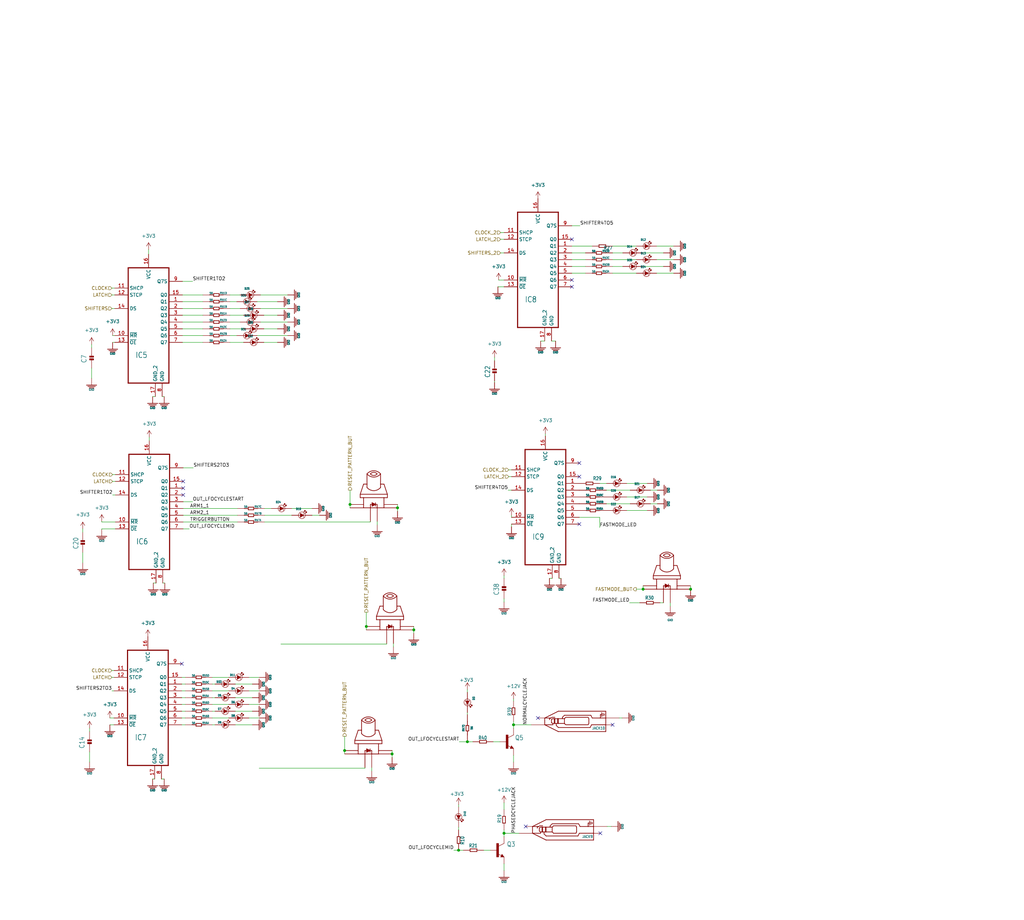
<source format=kicad_sch>
(kicad_sch (version 20211123) (generator eeschema)
  (paper "User" 383.413 344.754)
  (junction (at 137.16 234.696))
  (junction (at 154.94 235.966))
  (junction (at 146.812 282.448))
  (junction (at 240.792 220.726))
  (junction (at 148.844 190.246))
  (junction (at 258.572 220.726))
  (junction (at 175.006 277.876))
  (junction (at 188.722 312.166))
  (junction (at 192.278 271.526))
  (junction (at 129.032 281.178))
  (junction (at 131.064 188.976))
  (junction (at 171.704 318.516))
  (no_connect (at 68.58 182.88))
  (no_connect (at 68.58 185.42))
  (no_connect (at 214.122 89.662))
  (no_connect (at 216.916 196.342))
  (no_connect (at 216.916 173.482))
  (no_connect (at 214.122 104.902))
  (no_connect (at 196.85 309.626))
  (no_connect (at 216.916 178.562))
  (no_connect (at 68.58 180.34))
  (no_connect (at 214.122 107.442))
  (no_connect (at 201.422 268.986))
  (no_connect (at 229.362 271.526))
  (no_connect (at 224.79 312.166))
  (no_connect (at 68.072 248.666))
  (wire (pts (xy 175.006 267.716) (xy 175.006 266.954)))
  (wire (pts (xy 188.722 215.646) (xy 188.722 216.662)))
  (wire (pts (xy 171.704 309.88) (xy 171.704 310.896)))
  (wire (pts (xy 136.652 287.782) (xy 136.652 287.528)))
  (wire (pts (xy 234.696 181.102) (xy 242.316 181.102)))
  (wire (pts (xy 55.626 93.472) (xy 55.626 95.25)))
  (wire (pts (xy 187.452 94.742) (xy 188.722 94.742)))
  (wire (pts (xy 43.18 177.8) (xy 42.164 177.8)))
  (wire (pts (xy 129.032 275.844) (xy 129.032 281.178)))
  (wire (pts (xy 68.326 105.41) (xy 72.136 105.41)))
  (wire (pts (xy 177.038 277.876) (xy 175.006 277.876)))
  (wire (pts (xy 42.926 107.95) (xy 41.91 107.95)))
  (wire (pts (xy 42.672 271.526) (xy 41.148 271.526)))
  (wire (pts (xy 185.166 143.256) (xy 185.166 142.748)))
  (wire (pts (xy 61.722 218.44) (xy 60.96 218.44)))
  (wire (pts (xy 42.164 128.27) (xy 42.926 128.27)))
  (wire (pts (xy 93.218 268.986) (xy 97.028 268.986)))
  (wire (pts (xy 105.156 241.3) (xy 144.78 241.3)))
  (wire (pts (xy 43.18 185.42) (xy 42.164 185.42)))
  (wire (pts (xy 138.684 195.58) (xy 138.684 195.326)))
  (wire (pts (xy 68.58 190.5) (xy 88.9 190.5)))
  (wire (pts (xy 240.792 99.822) (xy 248.412 99.822)))
  (wire (pts (xy 186.69 104.902) (xy 188.722 104.902)))
  (wire (pts (xy 42.926 110.49) (xy 41.91 110.49)))
  (wire (pts (xy 88.9 195.58) (xy 68.58 195.58)))
  (wire (pts (xy 154.94 235.966) (xy 154.94 237.236)))
  (wire (pts (xy 192.278 262.636) (xy 192.278 261.874)))
  (wire (pts (xy 144.78 241.3) (xy 144.78 241.046)))
  (wire (pts (xy 191.516 193.04) (xy 191.516 193.802)))
  (wire (pts (xy 68.58 198.12) (xy 70.866 198.12)))
  (wire (pts (xy 131.064 188.976) (xy 131.064 190.246)))
  (wire (pts (xy 94.488 271.526) (xy 88.138 271.526)))
  (wire (pts (xy 242.316 186.182) (xy 234.696 186.182)))
  (wire (pts (xy 68.072 271.526) (xy 69.342 271.526)))
  (wire (pts (xy 97.536 110.49) (xy 107.696 110.49)))
  (wire (pts (xy 148.844 190.246) (xy 148.844 191.516)))
  (wire (pts (xy 88.138 261.366) (xy 94.488 261.366)))
  (wire (pts (xy 190.246 183.642) (xy 191.516 183.642)))
  (wire (pts (xy 171.704 318.516) (xy 173.482 318.516)))
  (wire (pts (xy 68.072 266.446) (xy 69.342 266.446)))
  (wire (pts (xy 86.106 118.11) (xy 91.186 118.11)))
  (wire (pts (xy 231.902 268.986) (xy 232.918 268.986)))
  (wire (pts (xy 98.806 128.27) (xy 103.886 128.27)))
  (wire (pts (xy 137.16 229.362) (xy 137.16 234.696)))
  (wire (pts (xy 99.06 193.04) (xy 109.22 193.04)))
  (wire (pts (xy 43.18 198.12) (xy 38.1 198.12)))
  (wire (pts (xy 188.722 310.896) (xy 188.722 312.166)))
  (wire (pts (xy 97.028 253.746) (xy 93.218 253.746)))
  (wire (pts (xy 88.138 266.446) (xy 94.488 266.446)))
  (wire (pts (xy 181.102 318.516) (xy 183.642 318.516)))
  (wire (pts (xy 61.468 291.846) (xy 60.452 291.846)))
  (wire (pts (xy 224.536 193.802) (xy 216.916 193.802)))
  (wire (pts (xy 103.886 113.03) (xy 96.266 113.03)))
  (wire (pts (xy 68.072 261.366) (xy 69.342 261.366)))
  (wire (pts (xy 245.872 97.282) (xy 252.222 97.282)))
  (wire (pts (xy 129.032 281.178) (xy 129.032 282.448)))
  (wire (pts (xy 68.58 175.26) (xy 72.39 175.26)))
  (wire (pts (xy 68.326 118.11) (xy 75.946 118.11)))
  (wire (pts (xy 61.468 148.59) (xy 60.706 148.59)))
  (wire (pts (xy 38.1 198.12) (xy 38.1 198.374)))
  (wire (pts (xy 240.792 219.456) (xy 240.792 220.726)))
  (wire (pts (xy 33.528 285.496) (xy 33.528 281.686)))
  (wire (pts (xy 42.672 251.206) (xy 41.91 251.206)))
  (wire (pts (xy 239.522 225.806) (xy 235.712 225.806)))
  (wire (pts (xy 154.94 235.966) (xy 154.94 234.696)))
  (wire (pts (xy 187.452 89.662) (xy 188.722 89.662)))
  (wire (pts (xy 99.06 190.5) (xy 101.6 190.5)))
  (wire (pts (xy 141.224 196.596) (xy 141.224 195.326)))
  (wire (pts (xy 103.886 123.19) (xy 98.806 123.19)))
  (wire (pts (xy 252.222 92.202) (xy 245.872 92.202)))
  (wire (pts (xy 131.064 183.642) (xy 131.064 188.976)))
  (wire (pts (xy 238.252 220.726) (xy 240.792 220.726)))
  (wire (pts (xy 68.326 125.73) (xy 75.946 125.73)))
  (wire (pts (xy 86.106 125.73) (xy 88.646 125.73)))
  (wire (pts (xy 235.966 188.722) (xy 227.076 188.722)))
  (wire (pts (xy 146.812 282.448) (xy 146.812 283.718)))
  (wire (pts (xy 41.91 258.826) (xy 42.672 258.826)))
  (wire (pts (xy 188.722 323.596) (xy 188.722 326.136)))
  (wire (pts (xy 147.32 242.316) (xy 147.32 241.046)))
  (wire (pts (xy 204.216 162.56) (xy 204.216 163.322)))
  (wire (pts (xy 188.722 312.166) (xy 188.722 313.436)))
  (wire (pts (xy 86.106 115.57) (xy 89.916 115.57)))
  (wire (pts (xy 43.18 180.34) (xy 42.164 180.34)))
  (wire (pts (xy 192.278 271.526) (xy 192.278 272.796)))
  (wire (pts (xy 57.15 148.59) (xy 58.166 148.59)))
  (wire (pts (xy 97.028 263.906) (xy 93.218 263.906)))
  (wire (pts (xy 79.502 263.906) (xy 85.598 263.906)))
  (wire (pts (xy 68.072 268.986) (xy 69.342 268.986)))
  (wire (pts (xy 68.072 263.906) (xy 69.342 263.906)))
  (wire (pts (xy 79.502 271.526) (xy 80.518 271.526)))
  (wire (pts (xy 86.106 120.65) (xy 89.916 120.65)))
  (wire (pts (xy 68.326 123.19) (xy 75.946 123.19)))
  (wire (pts (xy 97.536 115.57) (xy 107.696 115.57)))
  (wire (pts (xy 93.218 258.826) (xy 97.028 258.826)))
  (wire (pts (xy 217.17 84.582) (xy 214.122 84.582)))
  (wire (pts (xy 188.722 303.276) (xy 188.722 300.736)))
  (wire (pts (xy 229.362 99.822) (xy 233.172 99.822)))
  (wire (pts (xy 202.438 127.762) (xy 203.962 127.762)))
  (wire (pts (xy 227.076 183.642) (xy 235.966 183.642)))
  (wire (pts (xy 55.88 163.83) (xy 55.88 165.1)))
  (wire (pts (xy 171.704 318.516) (xy 169.926 318.516)))
  (wire (pts (xy 258.572 220.726) (xy 258.572 219.456)))
  (wire (pts (xy 224.536 181.102) (xy 227.076 181.102)))
  (wire (pts (xy 240.792 94.742) (xy 248.412 94.742)))
  (wire (pts (xy 42.672 268.986) (xy 41.148 268.986)))
  (wire (pts (xy 243.586 183.642) (xy 246.126 183.642)))
  (wire (pts (xy 107.696 120.65) (xy 97.536 120.65)))
  (wire (pts (xy 229.362 102.362) (xy 238.252 102.362)))
  (wire (pts (xy 191.516 176.022) (xy 190.5 176.022)))
  (wire (pts (xy 188.722 312.166) (xy 194.31 312.166)))
  (wire (pts (xy 137.16 234.696) (xy 137.16 235.966)))
  (wire (pts (xy 68.326 110.49) (xy 75.946 110.49)))
  (wire (pts (xy 243.586 188.722) (xy 246.126 188.722)))
  (wire (pts (xy 192.278 282.956) (xy 192.278 285.496)))
  (wire (pts (xy 238.252 92.202) (xy 229.362 92.202)))
  (wire (pts (xy 171.704 302.26) (xy 171.704 301.498)))
  (wire (pts (xy 99.06 195.58) (xy 138.684 195.58)))
  (wire (pts (xy 227.33 309.626) (xy 228.854 309.626)))
  (wire (pts (xy 97.028 287.782) (xy 136.652 287.782)))
  (wire (pts (xy 247.142 225.806) (xy 248.412 225.806)))
  (wire (pts (xy 210.058 216.662) (xy 209.296 216.662)))
  (wire (pts (xy 94.488 256.286) (xy 88.138 256.286)))
  (wire (pts (xy 186.436 107.442) (xy 188.722 107.442)))
  (wire (pts (xy 79.502 266.446) (xy 80.518 266.446)))
  (wire (pts (xy 192.278 270.256) (xy 192.278 271.526)))
  (wire (pts (xy 57.15 291.846) (xy 57.912 291.846)))
  (wire (pts (xy 224.536 197.612) (xy 224.536 193.802)))
  (wire (pts (xy 98.806 118.11) (xy 103.886 118.11)))
  (wire (pts (xy 68.072 253.746) (xy 69.342 253.746)))
  (wire (pts (xy 68.326 115.57) (xy 75.946 115.57)))
  (wire (pts (xy 234.696 191.262) (xy 242.316 191.262)))
  (wire (pts (xy 221.742 92.202) (xy 214.122 92.202)))
  (wire (pts (xy 30.988 207.01) (xy 30.988 210.82)))
  (wire (pts (xy 171.958 277.876) (xy 175.006 277.876)))
  (wire (pts (xy 79.502 253.746) (xy 85.598 253.746)))
  (wire (pts (xy 250.952 227.076) (xy 250.952 225.806)))
  (wire (pts (xy 119.634 193.04) (xy 116.84 193.04)))
  (wire (pts (xy 191.516 178.562) (xy 190.5 178.562)))
  (wire (pts (xy 146.812 282.448) (xy 146.812 281.178)))
  (wire (pts (xy 68.072 256.286) (xy 69.342 256.286)))
  (wire (pts (xy 219.202 97.282) (xy 214.122 97.282)))
  (wire (pts (xy 68.58 193.04) (xy 88.9 193.04)))
  (wire (pts (xy 34.29 130.302) (xy 34.29 129.032)))
  (wire (pts (xy 38.1 195.58) (xy 38.1 195.326)))
  (wire (pts (xy 245.872 102.362) (xy 252.222 102.362)))
  (wire (pts (xy 68.326 120.65) (xy 75.946 120.65)))
  (wire (pts (xy 233.172 94.742) (xy 229.362 94.742)))
  (wire (pts (xy 33.528 272.796) (xy 33.528 274.066)))
  (wire (pts (xy 68.58 187.96) (xy 72.136 187.96)))
  (wire (pts (xy 184.658 277.876) (xy 187.198 277.876)))
  (wire (pts (xy 79.502 256.286) (xy 80.518 256.286)))
  (wire (pts (xy 219.202 99.822) (xy 214.122 99.822)))
  (wire (pts (xy 57.404 218.44) (xy 58.42 218.44)))
  (wire (pts (xy 205.74 216.662) (xy 206.756 216.662)))
  (wire (pts (xy 86.106 123.19) (xy 91.186 123.19)))
  (wire (pts (xy 191.516 197.358) (xy 191.516 196.342)))
  (wire (pts (xy 219.202 94.742) (xy 214.122 94.742)))
  (wire (pts (xy 139.192 288.798) (xy 139.192 287.528)))
  (wire (pts (xy 43.18 195.58) (xy 38.1 195.58)))
  (wire (pts (xy 208.026 127.762) (xy 206.502 127.762)))
  (wire (pts (xy 79.502 261.366) (xy 80.518 261.366)))
  (wire (pts (xy 42.164 125.73) (xy 42.926 125.73)))
  (wire (pts (xy 187.452 87.122) (xy 188.722 87.122)))
  (wire (pts (xy 79.502 268.986) (xy 85.598 268.986)))
  (wire (pts (xy 86.106 128.27) (xy 91.186 128.27)))
  (wire (pts (xy 42.672 253.746) (xy 41.91 253.746)))
  (wire (pts (xy 185.166 133.858) (xy 185.166 135.128)))
  (wire (pts (xy 109.22 190.5) (xy 116.84 190.5)))
  (wire (pts (xy 86.106 113.03) (xy 88.646 113.03)))
  (wire (pts (xy 219.202 102.362) (xy 214.122 102.362)))
  (wire (pts (xy 107.696 125.73) (xy 96.266 125.73)))
  (wire (pts (xy 238.252 97.282) (xy 229.362 97.282)))
  (wire (pts (xy 42.926 115.57) (xy 41.91 115.57)))
  (wire (pts (xy 175.006 259.334) (xy 175.006 258.318)))
  (wire (pts (xy 188.722 225.552) (xy 188.722 224.282)))
  (wire (pts (xy 34.29 137.922) (xy 34.29 141.732)))
  (wire (pts (xy 86.106 110.49) (xy 89.916 110.49)))
  (wire (pts (xy 68.072 258.826) (xy 69.342 258.826)))
  (wire (pts (xy 68.326 128.27) (xy 75.946 128.27)))
  (wire (pts (xy 79.502 258.826) (xy 85.598 258.826)))
  (wire (pts (xy 192.278 271.526) (xy 198.882 271.526)))
  (wire (pts (xy 68.326 113.03) (xy 75.946 113.03)))
  (wire (pts (xy 30.988 198.12) (xy 30.988 199.39)))
  (wire (pts (xy 148.844 190.246) (xy 148.844 188.976)))
  (label "ARM1_1" (at 71.12 190.5 0) (effects (font (size 1.2446 1.2446))))
  (label "FASTMODE_LED" (at 235.712 225.806 180) (effects (font (size 1.2446 1.2446))))
  (label "FASTMODE_LED" (at 224.536 197.612 0) (effects (font (size 1.2446 1.2446))))
  (label "SHIFTER4TO5" (at 190.246 183.642 180))
  (label "TRIGGERBUTTON" (at 71.12 195.58 0) (effects (font (size 1.2446 1.2446))))
  (label "SHIFTERS2TO3" (at 41.91 258.826 180) (effects (font (size 1.2446 1.2446))))
  (label "PHASEDCYCLEJACK" (at 193.294 312.166 90) (effects (font (size 1.2446 1.2446))))
  (label "OUT_LFOCYCLEMID" (at 169.926 318.516 180) (effects (font (size 1.2446 1.2446))))
  (label "SHIFTER1TO2" (at 72.136 105.41 0) (effects (font (size 1.2446 1.2446))))
  (label "OUT_LFOCYCLESTART" (at 171.958 277.876 180) (effects (font (size 1.2446 1.2446))))
  (label "ARM2_1" (at 71.12 193.04 0) (effects (font (size 1.2446 1.2446))))
  (label "OUT_LFOCYCLESTART" (at 72.136 187.96 0) (effects (font (size 1.2446 1.2446))))
  (label "NORMALCYCLEJACK" (at 197.612 271.526 90) (effects (font (size 1.2446 1.2446))))
  (label "OUT_LFOCYCLEMID" (at 70.866 198.12 0) (effects (font (size 1.2446 1.2446))))
  (label "SHIFTERS2TO3" (at 72.39 175.26 0) (effects (font (size 1.2446 1.2446))))
  (label "SHIFTER1TO2" (at 42.164 185.42 180) (effects (font (size 1.2446 1.2446))))
  (label "SHIFTER4TO5" (at 217.17 84.582 0))
  (hierarchical_label "LATCH" (shape input) (at 41.91 110.49 180) (effects (font (size 1.2446 1.2446))))
  (hierarchical_label "RESET_PATTERN_BUT" (shape output) (at 131.064 183.642 90) (effects (font (size 1.2446 1.2446))))
  (hierarchical_label "RESET_PATTERN_BUT" (shape output) (at 129.032 275.844 90) (effects (font (size 1.2446 1.2446))))
  (hierarchical_label "SHIFTERS_2" (shape input) (at 187.452 94.742 180) (effects (font (size 1.2446 1.2446))))
  (hierarchical_label "LATCH_2" (shape input) (at 190.5 178.562 180) (effects (font (size 1.2446 1.2446))))
  (hierarchical_label "LATCH" (shape input) (at 41.91 253.746 180) (effects (font (size 1.2446 1.2446))))
  (hierarchical_label "CLOCK_2" (shape input) (at 190.5 176.022 180) (effects (font (size 1.2446 1.2446))))
  (hierarchical_label "LATCH" (shape input) (at 42.164 180.34 180) (effects (font (size 1.2446 1.2446))))
  (hierarchical_label "FASTMODE_BUT" (shape output) (at 238.252 220.726 180) (effects (font (size 1.2446 1.2446))))
  (hierarchical_label "CLOCK_2" (shape input) (at 187.452 87.122 180) (effects (font (size 1.2446 1.2446))))
  (hierarchical_label "LATCH_2" (shape input) (at 187.452 89.662 180) (effects (font (size 1.2446 1.2446))))
  (hierarchical_label "CLOCK" (shape input) (at 41.91 107.95 180) (effects (font (size 1.2446 1.2446))))
  (hierarchical_label "SHIFTERS" (shape input) (at 41.91 115.57 180) (effects (font (size 1.2446 1.2446))))
  (hierarchical_label "CLOCK" (shape input) (at 41.91 251.206 180) (effects (font (size 1.2446 1.2446))))
  (hierarchical_label "CLOCK" (shape input) (at 42.164 177.8 180) (effects (font (size 1.2446 1.2446))))
  (hierarchical_label "RESET_PATTERN_BUT" (shape output) (at 137.16 229.362 90) (effects (font (size 1.2446 1.2446))))
  (symbol (lib_id "TINRS - Wobbler (pico)sch-eagle-import:GND") (at 250.952 229.616 0) (unit 1)
    (property "Reference" "#GND099" (effects hide))
    (property "Value" "GND" (at 250.952 231.902 0) (effects (font (size 0.762 0.6477)) (justify top)))
  )
  (symbol (lib_id "TINRS - Wobbler (pico)sch-eagle-import:4R-N0402ARV341") (at 74.422 266.446 0) (unit 3)
    (property "Reference" "RN6" (at 75.692 266.192 0) (effects (font (size 0.762 0.6477)) (justify left bottom)))
    (property "Value" "56" (at 73.152 266.192 0) (effects (font (size 0.762 0.6477)) (justify right bottom)))
    (property "Footprint" "TINRS - Wobbler (pico)sch:4X0402ARV341" (effects hide))
  )
  (symbol (lib_id "TINRS - Wobbler (pico)sch-eagle-import:GND") (at 97.028 256.286 90) (unit 1)
    (property "Reference" "#GND056" (effects hide))
    (property "Value" "GND" (at 98.298 256.286 0) (effects (font (size 0.762 0.6477)) (justify top)))
  )
  (symbol (lib_id "TINRS - Wobbler (pico)sch-eagle-import:4R-N0402ARV341") (at 81.026 125.73 0) (unit 2)
    (property "Reference" "RN2" (at 82.296 125.476 0) (effects (font (size 0.762 0.6477)) (justify left bottom)))
    (property "Value" "56" (at 79.756 125.476 0) (effects (font (size 0.762 0.6477)) (justify right bottom)))
    (property "Footprint" "TINRS - Wobbler (pico)sch:4X0402ARV341" (effects hide))
  )
  (symbol (lib_id "TINRS - Wobbler (pico)sch-eagle-import:GND") (at 61.468 151.13 0) (unit 1)
    (property "Reference" "#GND097" (effects hide))
    (property "Value" "GND" (at 61.468 152.4 0) (effects (font (size 0.762 0.6477)) (justify top)))
  )
  (symbol (lib_id "TINRS - Wobbler (pico)sch-eagle-import:4R-N0402ARV341") (at 224.282 97.282 0) (unit 3)
    (property "Reference" "RN3" (at 225.552 97.028 0) (effects (font (size 0.762 0.6477)) (justify left bottom)))
    (property "Value" "56" (at 223.012 97.028 0) (effects (font (size 0.762 0.6477)) (justify right bottom)))
    (property "Footprint" "TINRS - Wobbler (pico)sch:4X0402ARV341" (effects hide))
  )
  (symbol (lib_id "TINRS - Wobbler (pico)sch-eagle-import:4R-N0402ARV341") (at 221.996 188.722 0) (unit 2)
    (property "Reference" "RN9" (at 223.266 188.468 0) (effects (font (size 0.762 0.6477)) (justify left bottom)))
    (property "Value" "56" (at 220.726 188.468 0) (effects (font (size 0.762 0.6477)) (justify right bottom)))
    (property "Footprint" "TINRS - Wobbler (pico)sch:4X0402ARV341" (effects hide))
  )
  (symbol (lib_id "TINRS - Wobbler (pico)sch-eagle-import:4R-N0402ARV341") (at 81.026 115.57 0) (unit 2)
    (property "Reference" "RN1" (at 82.296 115.316 0) (effects (font (size 0.762 0.6477)) (justify left bottom)))
    (property "Value" "56" (at 79.756 115.316 0) (effects (font (size 0.762 0.6477)) (justify right bottom)))
    (property "Footprint" "TINRS - Wobbler (pico)sch:4X0402ARV341" (effects hide))
  )
  (symbol (lib_id "TINRS - Wobbler (pico)sch-eagle-import:GND") (at 205.74 219.202 0) (unit 1)
    (property "Reference" "#GND0128" (effects hide))
    (property "Value" "GND" (at 205.74 220.472 0) (effects (font (size 0.762 0.6477)) (justify top)))
  )
  (symbol (lib_id "TINRS - Wobbler (pico)sch-eagle-import:GND") (at 61.722 220.98 0) (unit 1)
    (property "Reference" "#GND095" (effects hide))
    (property "Value" "GND" (at 61.722 222.25 0) (effects (font (size 0.762 0.6477)) (justify top)))
  )
  (symbol (lib_name "LED3MM_24") (lib_id "TINRS - Wobbler (pico)sch-eagle-import:LED3MM") (at 230.886 181.102 0) (unit 1)
    (property "Reference" "D16" (at 228.6762 178.308 0) (effects (font (size 0.762 0.6477)) (justify left top)))
    (property "Value" "C72038" (effects hide))
    (property "Footprint" "LED_SMD:LED_0603_1608Metric" (effects hide))
  )
  (symbol (lib_id "TINRS - Wobbler (pico)sch-eagle-import:GND") (at 30.988 213.36 0) (unit 1)
    (property "Reference" "#GND083" (effects hide))
    (property "Value" "GND" (at 30.988 214.63 0) (effects (font (size 0.762 0.6477)) (justify top)))
  )
  (symbol (lib_id "TINRS - Wobbler (pico)sch-eagle-import:GND") (at 250.952 94.742 90) (unit 1)
    (property "Reference" "#GND032" (effects hide))
    (property "Value" "GND" (at 252.222 94.742 0) (effects (font (size 0.762 0.6477)) (justify top)))
  )
  (symbol (lib_id "power:+3.3V") (at 55.372 238.506 0) (unit 1)
    (property "Reference" "#PWR0135" (effects hide))
    (property "Value" "+3.3V" (at 55.372 233.426 0))
  )
  (symbol (lib_name "LED3MM_26") (lib_id "TINRS - Wobbler (pico)sch-eagle-import:LED3MM") (at 236.982 99.822 0) (unit 1)
    (property "Reference" "D35" (at 234.7722 97.028 0) (effects (font (size 0.762 0.6477)) (justify left top)))
    (property "Value" "C72038" (effects hide))
    (property "Footprint" "LED_SMD:LED_0603_1608Metric" (effects hide))
  )
  (symbol (lib_id "TINRS - Wobbler (pico)sch-eagle-import:GND") (at 235.458 268.986 90) (unit 1)
    (property "Reference" "#GND0143" (effects hide))
    (property "Value" "GND" (at 236.728 268.986 0) (effects (font (size 0.762 0.6477)) (justify top)))
  )
  (symbol (lib_id "TINRS - Wobbler (pico)sch-eagle-import:GND") (at 258.572 223.266 0) (unit 1)
    (property "Reference" "#GND0122" (effects hide))
    (property "Value" "GND" (at 258.572 224.536 0) (effects (font (size 0.762 0.6477)) (justify top)))
  )
  (symbol (lib_id "TINRS - Wobbler (pico)sch-eagle-import:R-0603") (at 192.278 266.446 90) (unit 1)
    (property "Reference" "R39" (at 191.516 268.224 0) (effects (font (size 1.27 1.0795)) (justify left bottom)))
    (property "Value" "10k" (at 195.072 268.224 0) (effects (font (size 1.27 1.0795)) (justify left bottom)))
    (property "Footprint" "R0603" (effects hide))
    (property "Value" "unknown" (effects hide))
  )
  (symbol (lib_id "TINRS - Wobbler (pico)sch-eagle-import:4R-N0402ARV341") (at 221.996 186.182 0) (unit 3)
    (property "Reference" "RN9" (at 223.266 185.928 0) (effects (font (size 0.762 0.6477)) (justify left bottom)))
    (property "Value" "56" (at 220.726 185.928 0) (effects (font (size 0.762 0.6477)) (justify right bottom)))
    (property "Footprint" "TINRS - Wobbler (pico)sch:4X0402ARV341" (effects hide))
  )
  (symbol (lib_id "TINRS - Wobbler (pico)sch-eagle-import:GND") (at 146.812 286.258 0) (unit 1)
    (property "Reference" "#GND0153" (effects hide))
    (property "Value" "GND" (at 146.812 287.528 0) (effects (font (size 0.762 0.6477)) (justify top)))
  )
  (symbol (lib_id "TINRS - Wobbler (pico)sch-eagle-import:GND") (at 106.426 118.11 90) (mirror x) (unit 1)
    (property "Reference" "#GND066" (effects hide))
    (property "Value" "GND" (at 107.696 118.11 0) (effects (font (size 0.762 0.6477)) (justify top)))
  )
  (symbol (lib_id "TINRS - Wobbler (pico)sch-eagle-import:74HC595BQ") (at 55.372 263.906 0) (unit 1)
    (property "Reference" "IC7" (at 50.419 277.4188 0) (effects (font (size 2.0828 1.7703)) (justify left bottom)))
    (property "Value" "74HC595BQ" (at 64.262 274.066 90) (effects (font (size 1.016 0.8636)) (justify right top)))
    (property "Footprint" "QFN50P250X350X100-17N" (effects hide))
    (property "Value" "NXP" (effects hide))
  )
  (symbol (lib_id "TINRS - Wobbler (pico)sch-eagle-import:GND") (at 99.568 268.986 90) (mirror x) (unit 1)
    (property "Reference" "#GND058" (effects hide))
    (property "Value" "GND" (at 100.838 268.986 0) (effects (font (size 0.762 0.6477)) (justify top)))
  )
  (symbol (lib_id "TINRS - Wobbler (pico)sch-eagle-import:GND") (at 97.028 261.366 90) (mirror x) (unit 1)
    (property "Reference" "#GND063" (effects hide))
    (property "Value" "GND" (at 98.298 261.366 0) (effects (font (size 0.762 0.6477)) (justify top)))
  )
  (symbol (lib_id "TINRS - Wobbler (pico)sch-eagle-import:GND") (at 38.1 200.914 0) (unit 1)
    (property "Reference" "#GND021" (effects hide))
    (property "Value" "GND" (at 38.1 202.184 0) (effects (font (size 0.762 0.6477)) (justify top)))
  )
  (symbol (lib_id "TINRS - Wobbler (pico)sch-eagle-import:4R-N0402ARV341") (at 74.422 253.746 0) (unit 4)
    (property "Reference" "RN5" (at 75.692 253.492 0) (effects (font (size 0.762 0.6477)) (justify left bottom)))
    (property "Value" "56" (at 73.152 253.492 0) (effects (font (size 0.762 0.6477)) (justify right bottom)))
    (property "Footprint" "TINRS - Wobbler (pico)sch:4X0402ARV341" (effects hide))
  )
  (symbol (lib_id "TINRS - Wobbler (pico)sch-eagle-import:C-EUC0402") (at 33.528 279.146 180) (unit 1)
    (property "Reference" "C14" (at 29.718 275.844 90) (effects (font (size 1.778 1.5113)) (justify left bottom)))
    (property "Value" "100nF" (at 34.798 274.828 90) (effects (font (size 1.778 1.5113)) (justify left bottom)))
    (property "Footprint" "C0402" (effects hide))
    (property "Value" "1759017" (effects hide))
  )
  (symbol (lib_id "TINRS - Wobbler (pico)sch-eagle-import:4R-N0402ARV341") (at 175.006 272.796 90) (unit 4)
    (property "Reference" "RN7" (at 173.99 274.066 0) (effects (font (size 0.762 0.6477)) (justify left bottom)))
    (property "Value" "56" (at 177.038 272.034 0) (effects (font (size 0.762 0.6477)) (justify right bottom)))
    (property "Footprint" "TINRS - Wobbler (pico)sch:4X0402ARV341" (effects hide))
  )
  (symbol (lib_id "power:+3.3V") (at 55.626 93.472 0) (unit 1)
    (property "Reference" "#PWR0124" (effects hide))
    (property "Value" "+3.3V" (at 55.626 88.392 0))
  )
  (symbol (lib_id "TINRS - Wobbler (pico)sch-eagle-import:GND") (at 42.164 130.81 0) (unit 1)
    (property "Reference" "#GND038" (effects hide))
    (property "Value" "GND" (at 42.164 132.08 0) (effects (font (size 0.762 0.6477)) (justify top)))
  )
  (symbol (lib_id "TINRS - Wobbler (pico)sch-eagle-import:GND") (at 191.516 199.898 0) (unit 1)
    (property "Reference" "#GND0130" (effects hide))
    (property "Value" "GND" (at 191.516 201.168 0) (effects (font (size 0.762 0.6477)) (justify top)))
  )
  (symbol (lib_id "TINRS - Wobbler (pico)sch-eagle-import:4R-N0402ARV341") (at 221.996 191.262 0) (unit 1)
    (property "Reference" "RN9" (at 223.266 191.008 0) (effects (font (size 0.762 0.6477)) (justify left bottom)))
    (property "Value" "56" (at 220.726 191.008 0) (effects (font (size 0.762 0.6477)) (justify right bottom)))
    (property "Footprint" "TINRS - Wobbler (pico)sch:4X0402ARV341" (effects hide))
  )
  (symbol (lib_id "TINRS - Wobbler (pico)sch-eagle-import:GND") (at 106.426 128.27 90) (unit 1)
    (property "Reference" "#GND057" (effects hide))
    (property "Value" "GND" (at 107.696 128.27 0) (effects (font (size 0.762 0.6477)) (justify top)))
  )
  (symbol (lib_id "TINRS - Wobbler (pico)sch-eagle-import:GND") (at 244.856 191.262 90) (unit 1)
    (property "Reference" "#GND0127" (effects hide))
    (property "Value" "GND" (at 246.126 191.262 0) (effects (font (size 0.762 0.6477)) (justify top)))
  )
  (symbol (lib_id "TINRS - Wobbler (pico)sch-eagle-import:C-EUC0402") (at 34.29 135.382 180) (unit 1)
    (property "Reference" "C7" (at 30.48 132.842 90) (effects (font (size 1.778 1.5113)) (justify left bottom)))
    (property "Value" "100nF" (at 35.306 130.81 90) (effects (font (size 1.778 1.5113)) (justify left bottom)))
    (property "Footprint" "C0402" (effects hide))
    (property "Value" "1759017" (effects hide))
  )
  (symbol (lib_name "LED3MM_4") (lib_id "TINRS - Wobbler (pico)sch-eagle-import:LED3MM") (at 93.726 120.65 0) (unit 1)
    (property "Reference" "D29" (at 91.5162 117.856 0) (effects (font (size 0.762 0.6477)) (justify left top)))
    (property "Value" "C72038" (effects hide))
    (property "Footprint" "LED_SMD:LED_0603_1608Metric" (effects hide))
  )
  (symbol (lib_id "TINRS - Wobbler (pico)sch-eagle-import:C-EUC0402") (at 188.722 221.742 180) (unit 1)
    (property "Reference" "C38" (at 184.912 218.44 90) (effects (font (size 1.778 1.5113)) (justify left bottom)))
    (property "Value" "100nF" (at 189.992 217.678 90) (effects (font (size 1.778 1.5113)) (justify left bottom)))
    (property "Footprint" "C0402" (effects hide))
    (property "Value" "1759017" (effects hide))
  )
  (symbol (lib_id "power:+3.3V") (at 185.166 133.858 0) (unit 1)
    (property "Reference" "#PWR0123" (effects hide))
    (property "Value" "+3.3V" (at 185.166 128.778 0))
  )
  (symbol (lib_id "TINRS - Wobbler (pico)sch-eagle-import:GND") (at 97.028 271.526 90) (mirror x) (unit 1)
    (property "Reference" "#GND059" (effects hide))
    (property "Value" "GND" (at 98.298 271.526 0) (effects (font (size 0.762 0.6477)) (justify top)))
  )
  (symbol (lib_name "LED3MM_1") (lib_id "TINRS - Wobbler (pico)sch-eagle-import:LED3MM") (at 92.456 125.73 0) (unit 1)
    (property "Reference" "D31" (at 90.2462 122.936 0) (effects (font (size 0.762 0.6477)) (justify left top)))
    (property "Value" "C72038" (effects hide))
    (property "Footprint" "LED_SMD:LED_0603_1608Metric" (effects hide))
  )
  (symbol (lib_id "TINRS - Wobbler (pico)sch-eagle-import:GND") (at 186.436 109.982 0) (unit 1)
    (property "Reference" "#GND085" (effects hide))
    (property "Value" "GND" (at 186.436 111.252 0) (effects (font (size 0.762 0.6477)) (justify top)))
  )
  (symbol (lib_name "LED3MM_15") (lib_id "TINRS - Wobbler (pico)sch-eagle-import:LED3MM") (at 89.408 258.826 0) (unit 1)
    (property "Reference" "D4" (at 86.614 257.556 0) (effects (font (size 0.762 0.6477)) (justify left top)))
    (property "Value" "C72038" (effects hide))
    (property "Footprint" "LED_SMD:LED_0603_1608Metric" (effects hide))
  )
  (symbol (lib_id "TINRS - Wobbler (pico)sch-eagle-import:4R-N0402ARV341") (at 74.422 261.366 0) (unit 1)
    (property "Reference" "RN5" (at 75.692 261.112 0) (effects (font (size 0.762 0.6477)) (justify left bottom)))
    (property "Value" "56" (at 73.152 261.112 0) (effects (font (size 0.762 0.6477)) (justify right bottom)))
    (property "Footprint" "TINRS - Wobbler (pico)sch:4X0402ARV341" (effects hide))
  )
  (symbol (lib_id "power:+3.3V") (at 186.69 104.902 0) (unit 1)
    (property "Reference" "#PWR0122" (effects hide))
    (property "Value" "+3.3V" (at 186.69 99.822 0))
  )
  (symbol (lib_id "TINRS - Wobbler (pico)sch-eagle-import:74HC595BQ") (at 201.422 99.822 0) (unit 1)
    (property "Reference" "IC8" (at 196.469 113.3348 0) (effects (font (size 2.0828 1.7703)) (justify left bottom)))
    (property "Value" "74HC595BQ" (at 210.312 109.982 90) (effects (font (size 1.016 0.8636)) (justify right top)))
    (property "Footprint" "QFN50P250X350X100-17N" (effects hide))
    (property "Value" "NXP" (effects hide))
  )
  (symbol (lib_id "TINRS - Wobbler (pico)sch-eagle-import:4R-N0402ARV341") (at 224.282 99.822 0) (unit 2)
    (property "Reference" "RN3" (at 225.552 99.568 0) (effects (font (size 0.762 0.6477)) (justify left bottom)))
    (property "Value" "56" (at 223.012 99.568 0) (effects (font (size 0.762 0.6477)) (justify right bottom)))
    (property "Footprint" "TINRS - Wobbler (pico)sch:4X0402ARV341" (effects hide))
  )
  (symbol (lib_id "TINRS - Wobbler (pico)sch-eagle-import:GND") (at 61.468 294.386 0) (unit 1)
    (property "Reference" "#GND075" (effects hide))
    (property "Value" "GND" (at 61.468 295.656 0) (effects (font (size 0.762 0.6477)) (justify top)))
  )
  (symbol (lib_id "TINRS - Wobbler (pico)sch-eagle-import:GND") (at 139.192 291.338 0) (unit 1)
    (property "Reference" "#GND0148" (effects hide))
    (property "Value" "GND" (at 139.192 292.608 0) (effects (font (size 0.762 0.6477)) (justify top)))
  )
  (symbol (lib_id "power:+3.3V") (at 34.29 129.032 0) (unit 1)
    (property "Reference" "#PWR0131" (effects hide))
    (property "Value" "+3.3V" (at 34.29 123.698 0))
  )
  (symbol (lib_id "TINRS - Wobbler (pico)sch-eagle-import:GND") (at 208.026 130.302 0) (unit 1)
    (property "Reference" "#GND084" (effects hide))
    (property "Value" "GND" (at 208.026 131.572 0) (effects (font (size 0.762 0.6477)) (justify top)))
  )
  (symbol (lib_name "LED3MM_12") (lib_id "TINRS - Wobbler (pico)sch-eagle-import:LED3MM") (at 84.328 271.526 0) (unit 1)
    (property "Reference" "D9" (at 81.534 270.256 0) (effects (font (size 0.762 0.6477)) (justify left top)))
    (property "Value" "C72038" (effects hide))
    (property "Footprint" "LED_SMD:LED_0603_1608Metric" (effects hide))
  )
  (symbol (lib_name "LED3MM_20") (lib_id "TINRS - Wobbler (pico)sch-eagle-import:LED3MM") (at 230.886 191.262 0) (unit 1)
    (property "Reference" "D22" (at 228.6762 188.468 0) (effects (font (size 0.762 0.6477)) (justify left top)))
    (property "Value" "C72038" (effects hide))
    (property "Footprint" "LED_SMD:LED_0603_1608Metric" (effects hide))
  )
  (symbol (lib_id "power:+3.3V") (at 38.1 195.326 0) (unit 1)
    (property "Reference" "#PWR0127" (effects hide))
    (property "Value" "+3.3V" (at 38.1 190.246 0))
  )
  (symbol (lib_id "power:+3.3V") (at 191.516 193.04 0) (unit 1)
    (property "Reference" "#PWR0128" (effects hide))
    (property "Value" "+3.3V" (at 191.516 187.96 0))
  )
  (symbol (lib_id "TINRS - Wobbler (pico)sch-eagle-import:GND") (at 188.722 328.676 0) (unit 1)
    (property "Reference" "#GND042" (effects hide))
    (property "Value" "GND" (at 188.722 329.946 0) (effects (font (size 0.762 0.6477)) (justify top)))
  )
  (symbol (lib_id "TINRS - Wobbler (pico)sch-eagle-import:GND") (at 188.722 228.092 0) (unit 1)
    (property "Reference" "#GND06" (effects hide))
    (property "Value" "GND" (at 188.722 229.362 0) (effects (font (size 0.762 0.6477)) (justify top)))
  )
  (symbol (lib_id "TINRS - Wobbler (pico)sch-eagle-import:SWITCH_W_LED_PB6149L-X-102YELLOW") (at 137.922 272.288 0) (unit 1)
    (property "Reference" "U$4" (effects hide))
    (property "Value" "SWITCH_W_LED_PB6149L-X-102YELLOW" (effects hide))
    (property "Footprint" "TINRS - Wobbler (pico)sch:PB6149L" (effects hide))
  )
  (symbol (lib_name "LED3MM_16") (lib_id "TINRS - Wobbler (pico)sch-eagle-import:LED3MM") (at 89.408 263.906 0) (unit 1)
    (property "Reference" "D6" (at 86.614 262.636 0) (effects (font (size 0.762 0.6477)) (justify left top)))
    (property "Value" "C72038" (effects hide))
    (property "Footprint" "LED_SMD:LED_0603_1608Metric" (effects hide))
  )
  (symbol (lib_id "TINRS - Wobbler (pico)sch-eagle-import:GND") (at 248.666 188.722 90) (unit 1)
    (property "Reference" "#GND0123" (effects hide))
    (property "Value" "GND" (at 249.936 188.722 0) (effects (font (size 0.762 0.6477)) (justify top)))
  )
  (symbol (lib_id "TINRS - Wobbler (pico)sch-eagle-import:4R-N0402ARV341") (at 81.026 113.03 0) (unit 3)
    (property "Reference" "RN1" (at 82.296 112.776 0) (effects (font (size 0.762 0.6477)) (justify left bottom)))
    (property "Value" "56" (at 79.756 112.776 0) (effects (font (size 0.762 0.6477)) (justify right bottom)))
    (property "Footprint" "TINRS - Wobbler (pico)sch:4X0402ARV341" (effects hide))
  )
  (symbol (lib_name "LED3MM_13") (lib_id "TINRS - Wobbler (pico)sch-eagle-import:LED3MM") (at 89.408 268.986 0) (unit 1)
    (property "Reference" "D8" (at 86.614 267.716 0) (effects (font (size 0.762 0.6477)) (justify left top)))
    (property "Value" "C72038" (effects hide))
    (property "Footprint" "LED_SMD:LED_0603_1608Metric" (effects hide))
  )
  (symbol (lib_id "power:+3.3V") (at 204.216 162.56 0) (unit 1)
    (property "Reference" "#PWR0129" (effects hide))
    (property "Value" "+3.3V" (at 204.216 157.48 0))
  )
  (symbol (lib_id "TINRS - Wobbler (pico)sch-eagle-import:R-0603") (at 180.848 277.876 0) (unit 1)
    (property "Reference" "R40" (at 179.07 277.114 0) (effects (font (size 1.27 1.0795)) (justify left bottom)))
    (property "Value" "100k" (at 178.562 280.67 0) (effects (font (size 1.27 1.0795)) (justify left bottom)))
    (property "Footprint" "R0603" (effects hide))
    (property "Value" "unknown" (effects hide))
  )
  (symbol (lib_id "TINRS - Wobbler (pico)sch-eagle-import:GND") (at 110.236 110.49 90) (mirror x) (unit 1)
    (property "Reference" "#GND071" (effects hide))
    (property "Value" "GND" (at 111.506 110.49 0) (effects (font (size 0.762 0.6477)) (justify top)))
  )
  (symbol (lib_id "TINRS - Wobbler (pico)sch-eagle-import:C-EUC0402") (at 30.988 204.47 180) (unit 1)
    (property "Reference" "C20" (at 27.432 201.168 90) (effects (font (size 1.778 1.5113)) (justify left bottom)))
    (property "Value" "100nF" (at 32.004 199.898 90) (effects (font (size 1.778 1.5113)) (justify left bottom)))
    (property "Footprint" "C0402" (effects hide))
    (property "Value" "1759017" (effects hide))
  )
  (symbol (lib_name "LED3MM_28") (lib_id "TINRS - Wobbler (pico)sch-eagle-import:LED3MM") (at 242.062 97.282 0) (unit 1)
    (property "Reference" "D13" (at 239.8522 94.488 0) (effects (font (size 0.762 0.6477)) (justify left top)))
    (property "Value" "C72038" (effects hide))
    (property "Footprint" "LED_SMD:LED_0603_1608Metric" (effects hide))
  )
  (symbol (lib_name "LED3MM_22") (lib_id "TINRS - Wobbler (pico)sch-eagle-import:LED3MM") (at 239.776 188.722 0) (unit 1)
    (property "Reference" "D17" (at 237.5662 185.928 0) (effects (font (size 0.762 0.6477)) (justify left top)))
    (property "Value" "C72038" (effects hide))
    (property "Footprint" "LED_SMD:LED_0603_1608Metric" (effects hide))
  )
  (symbol (lib_name "LED3MM_7") (lib_id "TINRS - Wobbler (pico)sch-eagle-import:LED3MM") (at 94.996 118.11 0) (unit 1)
    (property "Reference" "D28" (at 92.7862 115.316 0) (effects (font (size 0.762 0.6477)) (justify left top)))
    (property "Value" "C72038" (effects hide))
    (property "Footprint" "LED_SMD:LED_0603_1608Metric" (effects hide))
  )
  (symbol (lib_name "LED3MM_19") (lib_id "TINRS - Wobbler (pico)sch-eagle-import:LED3MM") (at 175.006 263.144 270) (unit 1)
    (property "Reference" "D3" (at 177.8 260.9342 0) (effects (font (size 0.762 0.6477)) (justify left top)))
    (property "Value" "C72038" (effects hide))
    (property "Footprint" "LED_SMD:LED_0603_1608Metric" (effects hide))
  )
  (symbol (lib_id "TINRS - Wobbler (pico)sch-eagle-import:GND") (at 106.426 123.19 90) (mirror x) (unit 1)
    (property "Reference" "#GND068" (effects hide))
    (property "Value" "GND" (at 107.696 123.19 0) (effects (font (size 0.762 0.6477)) (justify top)))
  )
  (symbol (lib_id "TINRS - Wobbler (pico)sch-eagle-import:GND") (at 244.856 186.182 90) (unit 1)
    (property "Reference" "#GND0125" (effects hide))
    (property "Value" "GND" (at 246.126 186.182 0) (effects (font (size 0.762 0.6477)) (justify top)))
  )
  (symbol (lib_id "power:+3.3V") (at 41.148 268.986 0) (unit 1)
    (property "Reference" "#PWR0136" (effects hide))
    (property "Value" "+3.3V" (at 41.148 263.906 0))
  )
  (symbol (lib_name "LED3MM_29") (lib_id "TINRS - Wobbler (pico)sch-eagle-import:LED3MM") (at 242.062 92.202 0) (unit 1)
    (property "Reference" "D12" (at 239.8522 89.408 0) (effects (font (size 0.762 0.6477)) (justify left top)))
    (property "Value" "C72038" (effects hide))
    (property "Footprint" "LED_SMD:LED_0603_1608Metric" (effects hide))
  )
  (symbol (lib_id "power:+12V") (at 192.278 261.874 0) (unit 1)
    (property "Reference" "#PWR0138" (effects hide))
    (property "Value" "+12V" (at 192.278 257.048 0))
  )
  (symbol (lib_name "LED3MM_5") (lib_id "TINRS - Wobbler (pico)sch-eagle-import:LED3MM") (at 92.456 113.03 0) (unit 1)
    (property "Reference" "D26" (at 90.2462 110.236 0) (effects (font (size 0.762 0.6477)) (justify left top)))
    (property "Value" "C72038" (effects hide))
    (property "Footprint" "LED_SMD:LED_0603_1608Metric" (effects hide))
  )
  (symbol (lib_id "power:+3.3V") (at 175.006 258.318 0) (unit 1)
    (property "Reference" "#PWR0139" (effects hide))
    (property "Value" "+3.3V" (at 177.292 254.762 0) (effects (justify right)))
  )
  (symbol (lib_id "power:+3.3V") (at 42.164 125.73 0) (unit 1)
    (property "Reference" "#PWR0125" (effects hide))
    (property "Value" "+3.3V" (at 42.164 120.396 0))
  )
  (symbol (lib_id "TINRS - Wobbler (pico)sch-eagle-import:R-0603") (at 243.332 225.806 180) (unit 1)
    (property "Reference" "R30" (at 244.856 223.266 0) (effects (font (size 1.27 1.0795)) (justify left bottom)))
    (property "Value" "56" (at 244.602 226.568 0) (effects (font (size 1.27 1.0795)) (justify left bottom)))
    (property "Footprint" "R0603" (effects hide))
    (property "Value" "unknown" (effects hide))
  )
  (symbol (lib_id "TINRS - Wobbler (pico)sch-eagle-import:4R-N0402ARV341") (at 74.422 258.826 0) (unit 2)
    (property "Reference" "RN5" (at 75.692 258.572 0) (effects (font (size 0.762 0.6477)) (justify left bottom)))
    (property "Value" "56" (at 73.152 258.572 0) (effects (font (size 0.762 0.6477)) (justify right bottom)))
    (property "Footprint" "TINRS - Wobbler (pico)sch:4X0402ARV341" (effects hide))
  )
  (symbol (lib_id "TINRS - Wobbler (pico)sch-eagle-import:GND") (at 141.224 199.136 0) (unit 1)
    (property "Reference" "#GND045" (effects hide))
    (property "Value" "GND" (at 141.224 200.406 0) (effects (font (size 0.762 0.6477)) (justify top)))
  )
  (symbol (lib_id "TINRS - Wobbler (pico)sch-eagle-import:4R-N0402ARV341") (at 81.026 110.49 0) (unit 4)
    (property "Reference" "RN1" (at 82.296 110.236 0) (effects (font (size 0.762 0.6477)) (justify left bottom)))
    (property "Value" "56" (at 79.756 110.236 0) (effects (font (size 0.762 0.6477)) (justify right bottom)))
    (property "Footprint" "TINRS - Wobbler (pico)sch:4X0402ARV341" (effects hide))
  )
  (symbol (lib_id "power:+3.3V") (at 55.88 163.83 0) (unit 1)
    (property "Reference" "#PWR0126" (effects hide))
    (property "Value" "+3.3V" (at 55.88 158.75 0))
  )
  (symbol (lib_id "TINRS - Wobbler (pico)sch-eagle-import:GND") (at 250.952 99.822 90) (unit 1)
    (property "Reference" "#GND054" (effects hide))
    (property "Value" "GND" (at 252.222 99.822 0) (effects (font (size 0.762 0.6477)) (justify top)))
  )
  (symbol (lib_name "LED3MM_21") (lib_id "TINRS - Wobbler (pico)sch-eagle-import:LED3MM") (at 239.776 183.642 0) (unit 1)
    (property "Reference" "D21" (at 237.5662 180.848 0) (effects (font (size 0.762 0.6477)) (justify left top)))
    (property "Value" "C72038" (effects hide))
    (property "Footprint" "LED_SMD:LED_0603_1608Metric" (effects hide))
  )
  (symbol (lib_id "TINRS - Wobbler (pico)sch-eagle-import:GND") (at 254.762 92.202 90) (unit 1)
    (property "Reference" "#GND082" (effects hide))
    (property "Value" "GND" (at 256.032 92.202 0) (effects (font (size 0.762 0.6477)) (justify top)))
  )
  (symbol (lib_name "LED3MM_8") (lib_id "TINRS - Wobbler (pico)sch-eagle-import:LED3MM") (at 93.726 110.49 0) (unit 1)
    (property "Reference" "D25" (at 91.5162 107.696 0) (effects (font (size 0.762 0.6477)) (justify left top)))
    (property "Value" "C72038" (effects hide))
    (property "Footprint" "LED_SMD:LED_0603_1608Metric" (effects hide))
  )
  (symbol (lib_id "TINRS - Wobbler (pico)sch-eagle-import:4R-N0402ARV341") (at 81.026 118.11 0) (unit 1)
    (property "Reference" "RN1" (at 82.296 117.856 0) (effects (font (size 0.762 0.6477)) (justify left bottom)))
    (property "Value" "56" (at 79.756 117.856 0) (effects (font (size 0.762 0.6477)) (justify right bottom)))
    (property "Footprint" "TINRS - Wobbler (pico)sch:4X0402ARV341" (effects hide))
  )
  (symbol (lib_id "TINRS - Wobbler (pico)sch-eagle-import:4R-N0402ARV341") (at 74.422 268.986 0) (unit 2)
    (property "Reference" "RN6" (at 75.692 268.732 0) (effects (font (size 0.762 0.6477)) (justify left bottom)))
    (property "Value" "56" (at 73.152 268.732 0) (effects (font (size 0.762 0.6477)) (justify right bottom)))
    (property "Footprint" "TINRS - Wobbler (pico)sch:4X0402ARV341" (effects hide))
  )
  (symbol (lib_id "TINRS - Wobbler (pico)sch-eagle-import:GND") (at 248.666 183.642 90) (unit 1)
    (property "Reference" "#GND0126" (effects hide))
    (property "Value" "GND" (at 249.936 183.642 0) (effects (font (size 0.762 0.6477)) (justify top)))
  )
  (symbol (lib_id "TINRS - Wobbler (pico)sch-eagle-import:GND") (at 99.568 263.906 90) (mirror x) (unit 1)
    (property "Reference" "#GND064" (effects hide))
    (property "Value" "GND" (at 100.838 263.906 0) (effects (font (size 0.762 0.6477)) (justify top)))
  )
  (symbol (lib_id "TINRS - Wobbler (pico)sch-eagle-import:GND") (at 110.236 125.73 90) (mirror x) (unit 1)
    (property "Reference" "#GND069" (effects hide))
    (property "Value" "GND" (at 111.506 125.73 0) (effects (font (size 0.762 0.6477)) (justify top)))
  )
  (symbol (lib_id "TINRS - Wobbler (pico)sch-eagle-import:GND") (at 119.38 190.5 90) (mirror x) (unit 1)
    (property "Reference" "#GND070" (effects hide))
    (property "Value" "GND" (at 120.65 190.5 0) (effects (font (size 0.762 0.6477)) (justify top)))
  )
  (symbol (lib_id "TINRS - Wobbler (pico)sch-eagle-import:R-0603") (at 177.292 318.516 0) (unit 1)
    (property "Reference" "R21" (at 175.514 317.5 0) (effects (font (size 1.27 1.0795)) (justify left bottom)))
    (property "Value" "100k" (at 175.006 321.564 0) (effects (font (size 1.27 1.0795)) (justify left bottom)))
    (property "Footprint" "R0603" (effects hide))
    (property "Value" "unknown" (effects hide))
  )
  (symbol (lib_id "TINRS - Wobbler (pico)sch-eagle-import:AUDIO-JACK_SMALLSYMBOL") (at 216.662 271.526 90) (unit 1)
    (property "Reference" "JACK10" (at 226.568 272.796 90) (effects (font (size 1.016 0.8636)) (justify left)))
    (property "Value" "AUDIO-JACK_SMALLSYMBOL" (effects hide))
    (property "Footprint" "3.5MM-JACK-SWITCH-13MM-NOHOLES-TESTPAD" (effects hide))
    (property "Value" "AUDIO-JACK_SMALLSYMBOL" (effects hide))
  )
  (symbol (lib_id "TINRS - Wobbler (pico)sch-eagle-import:GND") (at 244.856 181.102 90) (unit 1)
    (property "Reference" "#GND0124" (effects hide))
    (property "Value" "GND" (at 246.126 181.102 0) (effects (font (size 0.762 0.6477)) (justify top)))
  )
  (symbol (lib_id "TINRS - Wobbler (pico)sch-eagle-import:GND") (at 254.762 102.362 90) (unit 1)
    (property "Reference" "#GND055" (effects hide))
    (property "Value" "GND" (at 256.032 102.362 0) (effects (font (size 0.762 0.6477)) (justify top)))
  )
  (symbol (lib_id "TINRS - Wobbler (pico)sch-eagle-import:GND") (at 148.844 194.056 0) (unit 1)
    (property "Reference" "#GND048" (effects hide))
    (property "Value" "GND" (at 148.844 195.326 0) (effects (font (size 0.762 0.6477)) (justify top)))
  )
  (symbol (lib_id "TINRS - Wobbler (pico)sch-eagle-import:GND") (at 122.174 193.04 90) (mirror x) (unit 1)
    (property "Reference" "#GND060" (effects hide))
    (property "Value" "GND" (at 123.444 193.04 0) (effects (font (size 0.762 0.6477)) (justify top)))
  )
  (symbol (lib_id "TINRS - Wobbler (pico)sch-eagle-import:R-0603") (at 188.722 307.086 90) (unit 1)
    (property "Reference" "R19" (at 187.706 308.356 0) (effects (font (size 1.27 1.0795)) (justify left bottom)))
    (property "Value" "10k" (at 191.262 308.102 0) (effects (font (size 1.27 1.0795)) (justify left bottom)))
    (property "Footprint" "R0603" (effects hide))
    (property "Value" "unknown" (effects hide))
  )
  (symbol (lib_id "TINRS - Wobbler (pico)sch-eagle-import:4R-N0402ARV341") (at 93.98 193.04 0) (unit 2)
    (property "Reference" "RN7" (at 95.25 192.786 0) (effects (font (size 0.762 0.6477)) (justify left bottom)))
    (property "Value" "56" (at 92.71 192.786 0) (effects (font (size 0.762 0.6477)) (justify right bottom)))
    (property "Footprint" "TINRS - Wobbler (pico)sch:4X0402ARV341" (effects hide))
  )
  (symbol (lib_id "TINRS - Wobbler (pico)sch-eagle-import:4R-N0402ARV341") (at 81.026 128.27 0) (unit 1)
    (property "Reference" "RN2" (at 82.296 128.016 0) (effects (font (size 0.762 0.6477)) (justify left bottom)))
    (property "Value" "56" (at 79.756 128.016 0) (effects (font (size 0.762 0.6477)) (justify right bottom)))
    (property "Footprint" "TINRS - Wobbler (pico)sch:4X0402ARV341" (effects hide))
  )
  (symbol (lib_name "LED3MM_9") (lib_id "TINRS - Wobbler (pico)sch-eagle-import:LED3MM") (at 89.408 253.746 0) (unit 1)
    (property "Reference" "D11" (at 86.106 252.476 0) (effects (font (size 0.762 0.6477)) (justify left top)))
    (property "Value" "C72038" (effects hide))
    (property "Footprint" "LED_SMD:LED_0603_1608Metric" (effects hide))
  )
  (symbol (lib_id "TINRS - Wobbler (pico)sch-eagle-import:R-0603") (at 171.704 314.706 270) (unit 1)
    (property "Reference" "R10" (at 172.466 313.182 0) (effects (font (size 1.27 1.0795)) (justify left bottom)))
    (property "Value" "56" (at 168.91 313.69 0) (effects (font (size 1.27 1.0795)) (justify left bottom)))
    (property "Footprint" "R0603" (effects hide))
    (property "Value" "unknown" (effects hide))
  )
  (symbol (lib_id "TINRS - Wobbler (pico)sch-eagle-import:GND") (at 231.394 309.626 90) (unit 1)
    (property "Reference" "#GND0144" (effects hide))
    (property "Value" "GND" (at 232.664 309.626 0) (effects (font (size 0.762 0.6477)) (justify top)))
  )
  (symbol (lib_name "LED3MM_17") (lib_id "TINRS - Wobbler (pico)sch-eagle-import:LED3MM") (at 84.328 256.286 0) (unit 1)
    (property "Reference" "D33" (at 81.026 255.016 0) (effects (font (size 0.762 0.6477)) (justify left top)))
    (property "Value" "C72038" (effects hide))
    (property "Footprint" "LED_SMD:LED_0603_1608Metric" (effects hide))
  )
  (symbol (lib_id "TINRS - Wobbler (pico)sch-eagle-import:LED3MM") (at 242.062 102.362 0) (unit 1)
    (property "Reference" "D34" (at 239.8522 99.568 0) (effects (font (size 0.762 0.6477)) (justify left top)))
    (property "Value" "C72038" (effects hide))
    (property "Footprint" "LED_SMD:LED_0603_1608Metric" (effects hide))
  )
  (symbol (lib_id "TINRS - Wobbler (pico)sch-eagle-import:GND") (at 41.148 274.066 0) (unit 1)
    (property "Reference" "#GND051" (effects hide))
    (property "Value" "GND" (at 41.148 275.336 0) (effects (font (size 0.762 0.6477)) (justify top)))
  )
  (symbol (lib_id "power:+3.3V") (at 171.704 301.498 0) (unit 1)
    (property "Reference" "#PWR0132" (effects hide))
    (property "Value" "+3.3V" (at 173.736 297.434 0) (effects (justify right)))
  )
  (symbol (lib_id "TINRS - Wobbler (pico)sch-eagle-import:4R-N0402ARV341") (at 74.422 271.526 0) (unit 1)
    (property "Reference" "RN6" (at 75.692 271.272 0) (effects (font (size 0.762 0.6477)) (justify left bottom)))
    (property "Value" "56" (at 73.152 271.272 0) (effects (font (size 0.762 0.6477)) (justify right bottom)))
    (property "Footprint" "TINRS - Wobbler (pico)sch:4X0402ARV341" (effects hide))
  )
  (symbol (lib_id "TINRS - Wobbler (pico)sch-eagle-import:GND") (at 192.278 288.036 0) (unit 1)
    (property "Reference" "#GND081" (effects hide))
    (property "Value" "GND" (at 192.278 289.306 0) (effects (font (size 0.762 0.6477)) (justify top)))
  )
  (symbol (lib_name "LED3MM_6") (lib_id "TINRS - Wobbler (pico)sch-eagle-import:LED3MM") (at 93.726 115.57 0) (unit 1)
    (property "Reference" "D27" (at 91.5162 112.776 0) (effects (font (size 0.762 0.6477)) (justify left top)))
    (property "Value" "C72038" (effects hide))
    (property "Footprint" "LED_SMD:LED_0603_1608Metric" (effects hide))
  )
  (symbol (lib_id "TINRS - Wobbler (pico)sch-eagle-import:-NPN-SOT23-BEC") (at 186.182 318.516 0) (unit 1)
    (property "Reference" "Q3" (at 189.738 317.246 0) (effects (font (size 1.778 1.5113)) (justify left bottom)))
    (property "Value" "MMBT3904" (at 189.738 320.548 0) (effects (font (size 1.778 1.5113)) (justify left bottom)))
    (property "Footprint" "TINRS - Wobbler (pico)sch:SOT23-BEC" (effects hide))
    (property "Value" "2336795" (effects hide))
  )
  (symbol (lib_id "TINRS - Wobbler (pico)sch-eagle-import:GND") (at 154.94 239.776 0) (unit 1)
    (property "Reference" "#GND0149" (effects hide))
    (property "Value" "GND" (at 154.94 241.046 0) (effects (font (size 0.762 0.6477)) (justify top)))
  )
  (symbol (lib_name "LED3MM_2") (lib_id "TINRS - Wobbler (pico)sch-eagle-import:LED3MM") (at 94.996 128.27 0) (unit 1)
    (property "Reference" "D32" (at 92.7862 125.476 0) (effects (font (size 0.762 0.6477)) (justify left top)))
    (property "Value" "C72038" (effects hide))
    (property "Footprint" "LED_SMD:LED_0603_1608Metric" (effects hide))
  )
  (symbol (lib_name "LED3MM_23") (lib_id "TINRS - Wobbler (pico)sch-eagle-import:LED3MM") (at 230.886 186.182 0) (unit 1)
    (property "Reference" "D20" (at 228.6762 183.388 0) (effects (font (size 0.762 0.6477)) (justify left top)))
    (property "Value" "C72038" (effects hide))
    (property "Footprint" "LED_SMD:LED_0603_1608Metric" (effects hide))
  )
  (symbol (lib_id "TINRS - Wobbler (pico)sch-eagle-import:4R-N0402ARV341") (at 224.282 102.362 0) (unit 1)
    (property "Reference" "RN3" (at 225.552 102.108 0) (effects (font (size 0.762 0.6477)) (justify left bottom)))
    (property "Value" "56" (at 223.012 102.108 0) (effects (font (size 0.762 0.6477)) (justify right bottom)))
    (property "Footprint" "TINRS - Wobbler (pico)sch:4X0402ARV341" (effects hide))
  )
  (symbol (lib_id "power:+3.3V") (at 201.422 74.422 0) (unit 1)
    (property "Reference" "#PWR0121" (effects hide))
    (property "Value" "+3.3V" (at 201.422 69.342 0))
  )
  (symbol (lib_id "TINRS - Wobbler (pico)sch-eagle-import:4R-N0402ARV341") (at 74.422 256.286 0) (unit 3)
    (property "Reference" "RN5" (at 75.692 256.032 0) (effects (font (size 0.762 0.6477)) (justify left bottom)))
    (property "Value" "56" (at 73.152 256.032 0) (effects (font (size 0.762 0.6477)) (justify right bottom)))
    (property "Footprint" "TINRS - Wobbler (pico)sch:4X0402ARV341" (effects hide))
  )
  (symbol (lib_name "LED3MM_11") (lib_id "TINRS - Wobbler (pico)sch-eagle-import:LED3MM") (at 113.03 193.04 0) (unit 1)
    (property "Reference" "D10" (at 110.8202 190.246 0) (effects (font (size 0.762 0.6477)) (justify left top)))
    (property "Value" "C72038" (effects hide))
    (property "Footprint" "LED_SMD:LED_0603_1608Metric" (effects hide))
  )
  (symbol (lib_id "TINRS - Wobbler (pico)sch-eagle-import:GND") (at 33.528 288.036 0) (unit 1)
    (property "Reference" "#GND031" (effects hide))
    (property "Value" "GND" (at 33.528 289.306 0) (effects (font (size 0.762 0.6477)) (justify top)))
  )
  (symbol (lib_id "TINRS - Wobbler (pico)sch-eagle-import:R-0603") (at 225.552 92.202 180) (unit 1)
    (property "Reference" "R27" (at 229.362 92.202 0) (effects (font (size 1.27 1.0795)) (justify left bottom)))
    (property "Value" "56" (at 223.012 92.202 0) (effects (font (size 1.27 1.0795)) (justify left bottom)))
    (property "Footprint" "R0603" (effects hide))
    (property "Value" "unknown" (effects hide))
  )
  (symbol (lib_id "TINRS - Wobbler (pico)sch-eagle-import:SWITCH_W_LED_PB6149L-X-102YELLOW") (at 139.954 180.086 0) (unit 1)
    (property "Reference" "U$1" (effects hide))
    (property "Value" "SWITCH_W_LED_PB6149L-X-102YELLOW" (effects hide))
    (property "Footprint" "TINRS - Wobbler (pico)sch:PB6149L" (effects hide))
  )
  (symbol (lib_name "LED3MM_3") (lib_id "TINRS - Wobbler (pico)sch-eagle-import:LED3MM") (at 94.996 123.19 0) (unit 1)
    (property "Reference" "D30" (at 92.7862 120.396 0) (effects (font (size 0.762 0.6477)) (justify left top)))
    (property "Value" "C72038" (effects hide))
    (property "Footprint" "LED_SMD:LED_0603_1608Metric" (effects hide))
  )
  (symbol (lib_id "TINRS - Wobbler (pico)sch-eagle-import:4R-N0402ARV341") (at 81.026 120.65 0) (unit 4)
    (property "Reference" "RN2" (at 82.296 120.396 0) (effects (font (size 0.762 0.6477)) (justify left bottom)))
    (property "Value" "56" (at 79.756 120.396 0) (effects (font (size 0.762 0.6477)) (justify right bottom)))
    (property "Footprint" "TINRS - Wobbler (pico)sch:4X0402ARV341" (effects hide))
  )
  (symbol (lib_id "TINRS - Wobbler (pico)sch-eagle-import:4R-N0402ARV341") (at 74.422 263.906 0) (unit 4)
    (property "Reference" "RN6" (at 75.692 263.652 0) (effects (font (size 0.762 0.6477)) (justify left bottom)))
    (property "Value" "56" (at 73.152 263.652 0) (effects (font (size 0.762 0.6477)) (justify right bottom)))
    (property "Footprint" "TINRS - Wobbler (pico)sch:4X0402ARV341" (effects hide))
  )
  (symbol (lib_id "TINRS - Wobbler (pico)sch-eagle-import:GND") (at 254.762 97.282 90) (unit 1)
    (property "Reference" "#GND020" (effects hide))
    (property "Value" "GND" (at 256.032 97.282 0) (effects (font (size 0.762 0.6477)) (justify top)))
  )
  (symbol (lib_name "LED3MM_25") (lib_id "TINRS - Wobbler (pico)sch-eagle-import:LED3MM") (at 171.704 306.07 270) (unit 1)
    (property "Reference" "D40" (at 174.498 303.8602 0) (effects (font (size 0.762 0.6477)) (justify left top)))
    (property "Value" "C72038" (effects hide))
    (property "Footprint" "LED_SMD:LED_0603_1608Metric" (effects hide))
  )
  (symbol (lib_id "TINRS - Wobbler (pico)sch-eagle-import:4R-N0402ARV341") (at 81.026 123.19 0) (unit 3)
    (property "Reference" "RN2" (at 82.296 122.936 0) (effects (font (size 0.762 0.6477)) (justify left bottom)))
    (property "Value" "56" (at 79.756 122.936 0) (effects (font (size 0.762 0.6477)) (justify right bottom)))
    (property "Footprint" "TINRS - Wobbler (pico)sch:4X0402ARV341" (effects hide))
  )
  (symbol (lib_id "TINRS - Wobbler (pico)sch-eagle-import:GND") (at 110.236 115.57 90) (mirror x) (unit 1)
    (property "Reference" "#GND073" (effects hide))
    (property "Value" "GND" (at 111.506 115.57 0) (effects (font (size 0.762 0.6477)) (justify top)))
  )
  (symbol (lib_id "TINRS - Wobbler (pico)sch-eagle-import:SWITCH_W_LED_PB6149L-X-102YELLOW") (at 249.682 210.566 0) (unit 1)
    (property "Reference" "U$28" (effects hide))
    (property "Value" "SWITCH_W_LED_PB6149L-X-102YELLOW" (effects hide))
    (property "Footprint" "TINRS - Wobbler (pico)sch:PB6149L" (effects hide))
  )
  (symbol (lib_id "TINRS - Wobbler (pico)sch-eagle-import:AUDIO-JACK_SMALLSYMBOL") (at 212.09 312.166 90) (unit 1)
    (property "Reference" "JACK9" (at 221.996 313.436 90) (effects (font (size 1.016 0.8636)) (justify left)))
    (property "Value" "AUDIO-JACK_SMALLSYMBOL" (effects hide))
    (property "Footprint" "3.5MM-JACK-SWITCH-13MM-NOHOLES-TESTPAD" (effects hide))
    (property "Value" "AUDIO-JACK_SMALLSYMBOL" (effects hide))
  )
  (symbol (lib_id "TINRS - Wobbler (pico)sch-eagle-import:4R-N0402ARV341") (at 93.98 190.5 0) (unit 3)
    (property "Reference" "RN7" (at 95.25 190.246 0) (effects (font (size 0.762 0.6477)) (justify left bottom)))
    (property "Value" "56" (at 92.71 190.246 0) (effects (font (size 0.762 0.6477)) (justify right bottom)))
    (property "Footprint" "TINRS - Wobbler (pico)sch:4X0402ARV341" (effects hide))
  )
  (symbol (lib_id "TINRS - Wobbler (pico)sch-eagle-import:GND") (at 57.404 220.98 0) (unit 1)
    (property "Reference" "#GND094" (effects hide))
    (property "Value" "GND" (at 57.404 222.25 0) (effects (font (size 0.762 0.6477)) (justify top)))
  )
  (symbol (lib_name "LED3MM_27") (lib_id "TINRS - Wobbler (pico)sch-eagle-import:LED3MM") (at 236.982 94.742 0) (unit 1)
    (property "Reference" "D14" (at 234.7722 91.948 0) (effects (font (size 0.762 0.6477)) (justify left top)))
    (property "Value" "C72038" (effects hide))
    (property "Footprint" "LED_SMD:LED_0603_1608Metric" (effects hide))
  )
  (symbol (lib_id "TINRS - Wobbler (pico)sch-eagle-import:GND") (at 57.15 151.13 0) (unit 1)
    (property "Reference" "#GND096" (effects hide))
    (property "Value" "GND" (at 57.15 152.4 0) (effects (font (size 0.762 0.6477)) (justify top)))
  )
  (symbol (lib_id "TINRS - Wobbler (pico)sch-eagle-import:R-0603") (at 220.726 181.102 180) (unit 1)
    (property "Reference" "R29" (at 225.298 178.562 0) (effects (font (size 1.27 1.0795)) (justify left bottom)))
    (property "Value" "56" (at 218.948 179.07 0) (effects (font (size 1.27 1.0795)) (justify left bottom)))
    (property "Footprint" "R0603" (effects hide))
    (property "Value" "unknown" (effects hide))
  )
  (symbol (lib_id "TINRS - Wobbler (pico)sch-eagle-import:GND") (at 147.32 244.856 0) (unit 1)
    (property "Reference" "#GND0152" (effects hide))
    (property "Value" "GND" (at 147.32 246.126 0) (effects (font (size 0.762 0.6477)) (justify top)))
  )
  (symbol (lib_id "TINRS - Wobbler (pico)sch-eagle-import:GND") (at 99.568 253.746 90) (mirror x) (unit 1)
    (property "Reference" "#GND061" (effects hide))
    (property "Value" "GND" (at 100.838 253.746 0) (effects (font (size 0.762 0.6477)) (justify top)))
  )
  (symbol (lib_id "TINRS - Wobbler (pico)sch-eagle-import:SWITCH_W_LED_PB6149L-X-102YELLOW") (at 146.05 225.806 0) (unit 1)
    (property "Reference" "U$3" (effects hide))
    (property "Value" "SWITCH_W_LED_PB6149L-X-102YELLOW" (effects hide))
    (property "Footprint" "TINRS - Wobbler (pico)sch:PB6149L" (effects hide))
  )
  (symbol (lib_id "TINRS - Wobbler (pico)sch-eagle-import:GND") (at 34.29 144.272 0) (unit 1)
    (property "Reference" "#GND033" (effects hide))
    (property "Value" "GND" (at 34.29 145.542 0) (effects (font (size 0.762 0.6477)) (justify top)))
  )
  (symbol (lib_id "TINRS - Wobbler (pico)sch-eagle-import:74HC595BQ") (at 55.88 190.5 0) (unit 1)
    (property "Reference" "IC6" (at 50.927 204.0128 0) (effects (font (size 2.0828 1.7703)) (justify left bottom)))
    (property "Value" "74HC595BQ" (at 64.77 200.66 90) (effects (font (size 1.016 0.8636)) (justify right top)))
    (property "Footprint" "QFN50P250X350X100-17N" (effects hide))
    (property "Value" "NXP" (effects hide))
  )
  (symbol (lib_id "TINRS - Wobbler (pico)sch-eagle-import:-NPN-SOT23-BEC") (at 189.738 277.876 0) (unit 1)
    (property "Reference" "Q5" (at 192.786 277.368 0) (effects (font (size 1.778 1.5113)) (justify left bottom)))
    (property "Value" "MMBT3904" (at 193.294 280.162 0) (effects (font (size 1.778 1.5113)) (justify left bottom)))
    (property "Footprint" "TINRS - Wobbler (pico)sch:SOT23-BEC" (effects hide))
    (property "Value" "2336795" (effects hide))
  )
  (symbol (lib_id "TINRS - Wobbler (pico)sch-eagle-import:74HC595BQ") (at 55.626 120.65 0) (unit 1)
    (property "Reference" "IC5" (at 50.673 134.1628 0) (effects (font (size 2.0828 1.7703)) (justify left bottom)))
    (property "Value" "74HC595BQ" (at 64.516 130.81 90) (effects (font (size 1.016 0.8636)) (justify right top)))
    (property "Footprint" "QFN50P250X350X100-17N" (effects hide))
    (property "Value" "NXP" (effects hide))
  )
  (symbol (lib_id "TINRS - Wobbler (pico)sch-eagle-import:74HC595BQ") (at 204.216 188.722 0) (unit 1)
    (property "Reference" "IC9" (at 199.263 202.2348 0) (effects (font (size 2.0828 1.7703)) (justify left bottom)))
    (property "Value" "74HC595BQ" (at 213.106 198.882 90) (effects (font (size 1.016 0.8636)) (justify right top)))
    (property "Footprint" "QFN50P250X350X100-17N" (effects hide))
    (property "Value" "NXP" (effects hide))
  )
  (symbol (lib_name "LED3MM_18") (lib_id "TINRS - Wobbler (pico)sch-eagle-import:LED3MM") (at 84.328 261.366 0) (unit 1)
    (property "Reference" "D5" (at 81.534 260.096 0) (effects (font (size 0.762 0.6477)) (justify left top)))
    (property "Value" "C72038" (effects hide))
    (property "Footprint" "LED_SMD:LED_0603_1608Metric" (effects hide))
  )
  (symbol (lib_id "power:+3.3V") (at 33.528 272.796 0) (unit 1)
    (property "Reference" "#PWR0137" (effects hide))
    (property "Value" "+3.3V" (at 33.528 267.716 0))
  )
  (symbol (lib_id "TINRS - Wobbler (pico)sch-eagle-import:GND") (at 99.568 258.826 90) (mirror x) (unit 1)
    (property "Reference" "#GND062" (effects hide))
    (property "Value" "GND" (at 100.838 258.826 0) (effects (font (size 0.762 0.6477)) (justify top)))
  )
  (symbol (lib_id "TINRS - Wobbler (pico)sch-eagle-import:GND") (at 110.236 120.65 90) (mirror x) (unit 1)
    (property "Reference" "#GND067" (effects hide))
    (property "Value" "GND" (at 111.506 120.65 0) (effects (font (size 0.762 0.6477)) (justify top)))
  )
  (symbol (lib_id "TINRS - Wobbler (pico)sch-eagle-import:4R-N0402ARV341") (at 93.98 195.58 0) (unit 1)
    (property "Reference" "RN7" (at 95.25 195.326 0) (effects (font (size 0.762 0.6477)) (justify left bottom)))
    (property "Value" "56" (at 92.71 195.326 0) (effects (font (size 0.762 0.6477)) (justify right bottom)))
    (property "Footprint" "TINRS - Wobbler (pico)sch:4X0402ARV341" (effects hide))
  )
  (symbol (lib_id "TINRS - Wobbler (pico)sch-eagle-import:GND") (at 106.426 113.03 90) (mirror x) (unit 1)
    (property "Reference" "#GND072" (effects hide))
    (property "Value" "GND" (at 107.696 113.03 0) (effects (font (size 0.762 0.6477)) (justify top)))
  )
  (symbol (lib_name "LED3MM_10") (lib_id "TINRS - Wobbler (pico)sch-eagle-import:LED3MM") (at 105.41 190.5 0) (unit 1)
    (property "Reference" "D24" (at 103.2002 187.706 0) (effects (font (size 0.762 0.6477)) (justify left top)))
    (property "Value" "C72038" (effects hide))
    (property "Footprint" "LED_SMD:LED_0603_1608Metric" (effects hide))
  )
  (symbol (lib_id "TINRS - Wobbler (pico)sch-eagle-import:GND") (at 202.438 130.302 0) (unit 1)
    (property "Reference" "#GND080" (effects hide))
    (property "Value" "GND" (at 202.438 131.572 0) (effects (font (size 0.762 0.6477)) (justify top)))
  )
  (symbol (lib_id "power:+3.3V") (at 30.988 198.12 0) (unit 1)
    (property "Reference" "#PWR0134" (effects hide))
    (property "Value" "+3.3V" (at 30.988 192.786 0))
  )
  (symbol (lib_id "TINRS - Wobbler (pico)sch-eagle-import:GND") (at 210.058 219.202 0) (unit 1)
    (property "Reference" "#GND0129" (effects hide))
    (property "Value" "GND" (at 210.058 220.472 0) (effects (font (size 0.762 0.6477)) (justify top)))
  )
  (symbol (lib_id "TINRS - Wobbler (pico)sch-eagle-import:4R-N0402ARV341") (at 224.282 94.742 0) (unit 4)
    (property "Reference" "RN3" (at 225.552 94.488 0) (effects (font (size 0.762 0.6477)) (justify left bottom)))
    (property "Value" "56" (at 223.012 94.488 0) (effects (font (size 0.762 0.6477)) (justify right bottom)))
    (property "Footprint" "TINRS - Wobbler (pico)sch:4X0402ARV341" (effects hide))
  )
  (symbol (lib_id "TINRS - Wobbler (pico)sch-eagle-import:GND") (at 97.028 266.446 90) (mirror x) (unit 1)
    (property "Reference" "#GND065" (effects hide))
    (property "Value" "GND" (at 98.298 266.446 0) (effects (font (size 0.762 0.6477)) (justify top)))
  )
  (symbol (lib_id "TINRS - Wobbler (pico)sch-eagle-import:GND") (at 185.166 145.796 0) (unit 1)
    (property "Reference" "#GND034" (effects hide))
    (property "Value" "GND" (at 185.166 147.066 0) (effects (font (size 0.762 0.6477)) (justify top)))
  )
  (symbol (lib_id "TINRS - Wobbler (pico)sch-eagle-import:4R-N0402ARV341") (at 221.996 183.642 0) (unit 4)
    (property "Reference" "RN9" (at 223.266 183.388 0) (effects (font (size 0.762 0.6477)) (justify left bottom)))
    (property "Value" "56" (at 220.726 183.388 0) (effects (font (size 0.762 0.6477)) (justify right bottom)))
    (property "Footprint" "TINRS - Wobbler (pico)sch:4X0402ARV341" (effects hide))
  )
  (symbol (lib_id "power:+3.3V") (at 188.722 215.646 0) (unit 1)
    (property "Reference" "#PWR0130" (effects hide))
    (property "Value" "+3.3V" (at 188.722 210.566 0))
  )
  (symbol (lib_name "LED3MM_14") (lib_id "TINRS - Wobbler (pico)sch-eagle-import:LED3MM") (at 84.328 266.446 0) (unit 1)
    (property "Reference" "D7" (at 81.534 265.176 0) (effects (font (size 0.762 0.6477)) (justify left top)))
    (property "Value" "C72038" (effects hide))
    (property "Footprint" "LED_SMD:LED_0603_1608Metric" (effects hide))
  )
  (symbol (lib_id "power:+12V") (at 188.722 300.736 0) (unit 1)
    (property "Reference" "#PWR0133" (effects hide))
    (property "Value" "+12V" (at 188.722 295.91 0))
  )
  (symbol (lib_id "TINRS - Wobbler (pico)sch-eagle-import:C-EUC0402") (at 185.166 140.208 180) (unit 1)
    (property "Reference" "C22" (at 181.61 136.906 90) (effects (font (size 1.778 1.5113)) (justify left bottom)))
    (property "Value" "100nF" (at 186.182 135.382 90) (effects (font (size 1.778 1.5113)) (justify left bottom)))
    (property "Footprint" "C0402" (effects hide))
    (property "Value" "1759017" (effects hide))
  )
  (symbol (lib_id "TINRS - Wobbler (pico)sch-eagle-import:GND") (at 57.15 294.386 0) (unit 1)
    (property "Reference" "#GND074" (effects hide))
    (property "Value" "GND" (at 57.15 295.656 0) (effects (font (size 0.762 0.6477)) (justify top)))
  )
)
</source>
